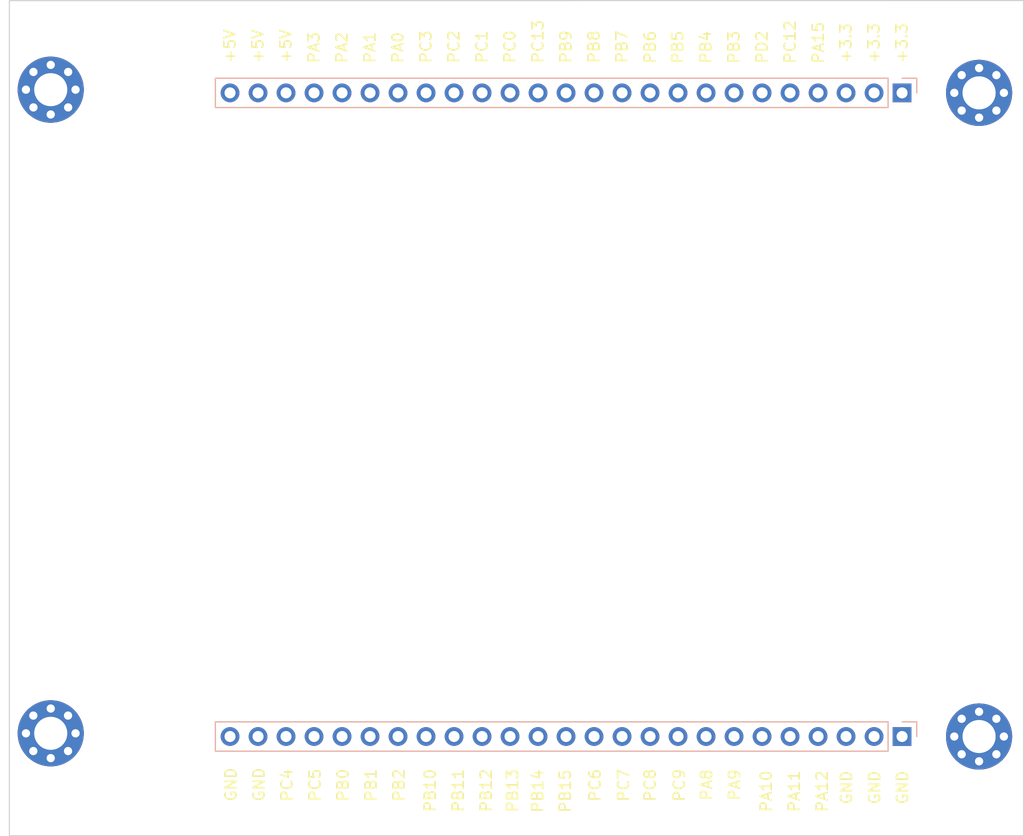
<source format=kicad_pcb>
(kicad_pcb (version 20240108) (generator "pcbnew") (generator_version "8.0")
  (layers (0 "F.Cu" signal) (31 "B.Cu" signal) (34 "B.Paste" user) (35 "F.Paste" user) (36 "B.SilkS" user "B.Silkscreen") (37 "F.SilkS" user "F.Silkscreen") (38 "B.Mask" user) (39 "F.Mask" user) (44 "Edge.Cuts" user))
  (net 0 "")
  (net 1 "+3.3V")
  (net 2 "GND")
  (net 3 "/PB11")
  (net 4 "UART_TX")
  (net 5 "/PB10")
  (net 6 "/PA12{slash}usb_dp")
  (net 7 "/PB14{slash}adc4_in4")
  (net 8 "/PA11{slash}usb_dm")
  (net 9 "/PA8(clock)")
  (net 10 "+5V")
  (net 11 "ZCEN_2")
  (net 12 "CS_AD9833_3")
  (net 13 "ZCEN_3")
  (net 14 "NOISE_CLK_SEL")
  (net 15 "PWM3")
  (net 16 "/PC2")
  (net 17 "ZCEN_1")
  (net 18 "Analog_CLK")
  (net 19 "PWM1")
  (net 20 "ZCEN_DAC")
  (net 21 "CS_AD9833_2")
  (net 22 "Analog_data")
  (net 23 "/PB12{slash}adc4_in3")
  (net 24 "UART_RX")
  (net 25 "MUX_SEL_3")
  (net 26 "FLASH_MISO")
  (net 27 "FILT_CLK")
  (net 28 "MUX_SEL_4")
  (net 29 "CS_AD9833_1")
  (net 30 "FLASH_CLK")
  (net 31 "MUX_SEL_1")
  (net 32 "PWM4")
  (net 33 "NOISE_CS")
  (net 34 "CS_AD9833_4")
  (net 35 "MUX_SEL_2")
  (net 36 "ATTEN_CS")
  (net 37 "FLASH_MOSI")
  (net 38 "FLASH_CS")
  (net 39 "NOISE_CLK")
  (net 40 "NOISE_DI")
  (net 41 "PWM2")
  (net 42 "/PB2")
  (footprint "myLibrary:M3" (layer "F.Cu") (at 185.962184 53.577958)
    (property "Reference" "J4" (hide yes))
    (property "Value" "Conn_01x01" (hide yes))
    (pad "1" thru_hole circle (at -2.25 0) (size 1.5 1.5) (drill 0.75) (layers "*.Cu" "*.Mask") (net 2 "GND"))
    (pad "1" thru_hole circle (at -1.58 -1.61) (size 1.5 1.5) (drill 0.75) (layers "*.Cu" "*.Mask") (net 2 "GND"))
    (pad "1" thru_hole circle (at -1.58 1.61) (size 1.5 1.5) (drill 0.75) (layers "*.Cu" "*.Mask") (net 2 "GND"))
    (pad "1" thru_hole circle (at 0 -2.25) (size 1.5 1.5) (drill 0.75) (layers "*.Cu" "*.Mask") (net 2 "GND"))
    (pad "1" thru_hole circle (at 0 0) (size 6 6) (drill 3) (layers "*.Cu" "*.Mask") (net 2 "GND"))
    (pad "1" thru_hole circle (at 0 2.25) (size 1.5 1.5) (drill 0.75) (layers "*.Cu" "*.Mask") (net 2 "GND"))
    (pad "1" thru_hole circle (at 1.57 -1.61) (size 1.5 1.5) (drill 0.75) (layers "*.Cu" "*.Mask") (net 2 "GND"))
    (pad "1" thru_hole circle (at 1.57 1.61) (size 1.5 1.5) (drill 0.75) (layers "*.Cu" "*.Mask") (net 2 "GND"))
    (pad "1" thru_hole circle (at 2.25 0) (size 1.5 1.5) (drill 0.75) (layers "*.Cu" "*.Mask") (net 2 "GND"))
  )
  (footprint "myLibrary:M3" (layer "F.Cu") (at 185.960142 112)
    (property "Reference" "J3" (hide yes))
    (property "Value" "Conn_01x01" (hide yes))
    (pad "1" thru_hole circle (at -2.25 0) (size 1.5 1.5) (drill 0.75) (layers "*.Cu" "*.Mask") (net 2 "GND"))
    (pad "1" thru_hole circle (at -1.58 -1.61) (size 1.5 1.5) (drill 0.75) (layers "*.Cu" "*.Mask") (net 2 "GND"))
    (pad "1" thru_hole circle (at -1.58 1.61) (size 1.5 1.5) (drill 0.75) (layers "*.Cu" "*.Mask") (net 2 "GND"))
    (pad "1" thru_hole circle (at 0 -2.25) (size 1.5 1.5) (drill 0.75) (layers "*.Cu" "*.Mask") (net 2 "GND"))
    (pad "1" thru_hole circle (at 0 0) (size 6 6) (drill 3) (layers "*.Cu" "*.Mask") (net 2 "GND"))
    (pad "1" thru_hole circle (at 0 2.25) (size 1.5 1.5) (drill 0.75) (layers "*.Cu" "*.Mask") (net 2 "GND"))
    (pad "1" thru_hole circle (at 1.57 -1.61) (size 1.5 1.5) (drill 0.75) (layers "*.Cu" "*.Mask") (net 2 "GND"))
    (pad "1" thru_hole circle (at 1.57 1.61) (size 1.5 1.5) (drill 0.75) (layers "*.Cu" "*.Mask") (net 2 "GND"))
    (pad "1" thru_hole circle (at 2.25 0) (size 1.5 1.5) (drill 0.75) (layers "*.Cu" "*.Mask") (net 2 "GND"))
  )
  (footprint "myLibrary:M3" (layer "F.Cu") (at 101.750142 111.71)
    (property "Reference" "J5" (hide yes))
    (property "Value" "Conn_01x01")
    (pad "1" thru_hole circle (at -2.25 0) (size 1.5 1.5) (drill 0.75) (layers "*.Cu" "*.Mask") (net 2 "GND"))
    (pad "1" thru_hole circle (at -1.58 -1.61) (size 1.5 1.5) (drill 0.75) (layers "*.Cu" "*.Mask") (net 2 "GND"))
    (pad "1" thru_hole circle (at -1.58 1.61) (size 1.5 1.5) (drill 0.75) (layers "*.Cu" "*.Mask") (net 2 "GND"))
    (pad "1" thru_hole circle (at 0 -2.25) (size 1.5 1.5) (drill 0.75) (layers "*.Cu" "*.Mask") (net 2 "GND"))
    (pad "1" thru_hole circle (at 0 0) (size 6 6) (drill 3) (layers "*.Cu" "*.Mask") (net 2 "GND"))
    (pad "1" thru_hole circle (at 0 2.25) (size 1.5 1.5) (drill 0.75) (layers "*.Cu" "*.Mask") (net 2 "GND"))
    (pad "1" thru_hole circle (at 1.57 -1.61) (size 1.5 1.5) (drill 0.75) (layers "*.Cu" "*.Mask") (net 2 "GND"))
    (pad "1" thru_hole circle (at 1.57 1.61) (size 1.5 1.5) (drill 0.75) (layers "*.Cu" "*.Mask") (net 2 "GND"))
    (pad "1" thru_hole circle (at 2.25 0) (size 1.5 1.5) (drill 0.75) (layers "*.Cu" "*.Mask") (net 2 "GND"))
  )
  (footprint "Connector_PinSocket_2.54mm:PinSocket_1x25_P2.54mm_Vertical" (layer "B.Cu") (at 178.975142 112 90)
    (property "Reference" "J3" (hide yes))
    (property "Value" "Conn_01x25_Socket" (hide yes))
    (fp_line (start 1.33 -62.29) (end -1.33 -62.29) (stroke (width 0.12)) (layer "B.SilkS"))
    (fp_line (start 1.33 -62.29) (end 1.33 -1.27) (stroke (width 0.12)) (layer "B.SilkS"))
    (fp_line (start -1.33 -62.29) (end -1.33 -1.27) (stroke (width 0.12)) (layer "B.SilkS"))
    (fp_line (start 1.33 -1.27) (end -1.33 -1.27) (stroke (width 0.12)) (layer "B.SilkS"))
    (fp_line (start 1.33 0) (end 1.33 1.33) (stroke (width 0.12)) (layer "B.SilkS"))
    (fp_line (start 1.33 1.33) (end 0 1.33) (stroke (width 0.12)) (layer "B.SilkS"))
    (pad "1" thru_hole rect (at 0 0 90) (size 1.7 1.7) (drill 1) (layers "*.Cu" "*.Mask") (net 2 "GND"))
    (pad "2" thru_hole oval (at 0 -2.54 90) (size 1.7 1.7) (drill 1) (layers "*.Cu" "*.Mask") (net 2 "GND"))
    (pad "3" thru_hole oval (at 0 -5.08 90) (size 1.7 1.7) (drill 1) (layers "*.Cu" "*.Mask") (net 2 "GND"))
    (pad "4" thru_hole oval (at 0 -7.62 90) (size 1.7 1.7) (drill 1) (layers "*.Cu" "*.Mask") (net 6 "/PA12{slash}usb_dp"))
    (pad "5" thru_hole oval (at 0 -10.16 90) (size 1.7 1.7) (drill 1) (layers "*.Cu" "*.Mask") (net 8 "/PA11{slash}usb_dm"))
    (pad "6" thru_hole oval (at 0 -12.7 90) (size 1.7 1.7) (drill 1) (layers "*.Cu" "*.Mask") (net 12 "CS_AD9833_3"))
    (pad "7" thru_hole oval (at 0 -15.24 90) (size 1.7 1.7) (drill 1) (layers "*.Cu" "*.Mask") (net 21 "CS_AD9833_2"))
    (pad "8" thru_hole oval (at 0 -17.78 90) (size 1.7 1.7) (drill 1) (layers "*.Cu" "*.Mask") (net 9 "/PA8(clock)"))
    (pad "9" thru_hole oval (at 0 -20.32 90) (size 1.7 1.7) (drill 1) (layers "*.Cu" "*.Mask") (net 20 "ZCEN_DAC"))
    (pad "10" thru_hole oval (at 0 -22.86 90) (size 1.7 1.7) (drill 1) (layers "*.Cu" "*.Mask") (net 13 "ZCEN_3"))
    (pad "11" thru_hole oval (at 0 -25.4 90) (size 1.7 1.7) (drill 1) (layers "*.Cu" "*.Mask") (net 11 "ZCEN_2"))
    (pad "12" thru_hole oval (at 0 -27.94 90) (size 1.7 1.7) (drill 1) (layers "*.Cu" "*.Mask") (net 17 "ZCEN_1"))
    (pad "13" thru_hole oval (at 0 -30.48 90) (size 1.7 1.7) (drill 1) (layers "*.Cu" "*.Mask") (net 22 "Analog_data"))
    (pad "14" thru_hole oval (at 0 -33.02 90) (size 1.7 1.7) (drill 1) (layers "*.Cu" "*.Mask") (net 7 "/PB14{slash}adc4_in4"))
    (pad "15" thru_hole oval (at 0 -35.56 90) (size 1.7 1.7) (drill 1) (layers "*.Cu" "*.Mask") (net 18 "Analog_CLK"))
    (pad "16" thru_hole oval (at 0 -38.1 90) (size 1.7 1.7) (drill 1) (layers "*.Cu" "*.Mask") (net 23 "/PB12{slash}adc4_in3"))
    (pad "17" thru_hole oval (at 0 -40.64 90) (size 1.7 1.7) (drill 1) (layers "*.Cu" "*.Mask") (net 3 "/PB11"))
    (pad "18" thru_hole oval (at 0 -43.18 90) (size 1.7 1.7) (drill 1) (layers "*.Cu" "*.Mask") (net 5 "/PB10"))
    (pad "19" thru_hole oval (at 0 -45.72 90) (size 1.7 1.7) (drill 1) (layers "*.Cu" "*.Mask") (net 42 "/PB2"))
    (pad "20" thru_hole oval (at 0 -48.26 90) (size 1.7 1.7) (drill 1) (layers "*.Cu" "*.Mask") (net 15 "PWM3"))
    (pad "21" thru_hole oval (at 0 -50.8 90) (size 1.7 1.7) (drill 1) (layers "*.Cu" "*.Mask") (net 19 "PWM1"))
    (pad "22" thru_hole oval (at 0 -53.34 90) (size 1.7 1.7) (drill 1) (layers "*.Cu" "*.Mask") (net 24 "UART_RX"))
    (pad "23" thru_hole oval (at 0 -55.88 90) (size 1.7 1.7) (drill 1) (layers "*.Cu" "*.Mask") (net 4 "UART_TX"))
    (pad "24" thru_hole oval (at 0 -58.42 90) (size 1.7 1.7) (drill 1) (layers "*.Cu" "*.Mask") (net 2 "GND"))
    (pad "25" thru_hole oval (at 0 -60.96 90) (size 1.7 1.7) (drill 1) (layers "*.Cu" "*.Mask") (net 2 "GND"))
  )
  (footprint "myLibrary:M3" (layer "B.Cu") (at 101.750142 53.29 180)
    (property "Reference" "J2" (hide yes))
    (property "Value" "Conn_01x01" (hide yes))
    (pad "1" thru_hole circle (at -2.25 0 180) (size 1.5 1.5) (drill 0.75) (layers "*.Cu" "*.Mask") (net 2 "GND"))
    (pad "1" thru_hole circle (at -1.58 -1.61 180) (size 1.5 1.5) (drill 0.75) (layers "*.Cu" "*.Mask") (net 2 "GND"))
    (pad "1" thru_hole circle (at -1.58 1.61 180) (size 1.5 1.5) (drill 0.75) (layers "*.Cu" "*.Mask") (net 2 "GND"))
    (pad "1" thru_hole circle (at 0 -2.25 180) (size 1.5 1.5) (drill 0.75) (layers "*.Cu" "*.Mask") (net 2 "GND"))
    (pad "1" thru_hole circle (at 0 0 180) (size 6 6) (drill 3) (layers "*.Cu" "*.Mask") (net 2 "GND"))
    (pad "1" thru_hole circle (at 0 2.25 180) (size 1.5 1.5) (drill 0.75) (layers "*.Cu" "*.Mask") (net 2 "GND"))
    (pad "1" thru_hole circle (at 1.57 -1.61 180) (size 1.5 1.5) (drill 0.75) (layers "*.Cu" "*.Mask") (net 2 "GND"))
    (pad "1" thru_hole circle (at 1.57 1.61 180) (size 1.5 1.5) (drill 0.75) (layers "*.Cu" "*.Mask") (net 2 "GND"))
    (pad "1" thru_hole circle (at 2.25 0 180) (size 1.5 1.5) (drill 0.75) (layers "*.Cu" "*.Mask") (net 2 "GND"))
  )
  (footprint "Connector_PinSocket_2.54mm:PinSocket_1x25_P2.54mm_Vertical" (layer "B.Cu") (at 178.975142 53.58 90)
    (property "Reference" "J4" (hide yes))
    (property "Value" "Conn_01x25_Socket" (hide yes))
    (fp_line (start 1.33 -62.29) (end -1.33 -62.29) (stroke (width 0.12)) (layer "B.SilkS"))
    (fp_line (start 1.33 -62.29) (end 1.33 -1.27) (stroke (width 0.12)) (layer "B.SilkS"))
    (fp_line (start -1.33 -62.29) (end -1.33 -1.27) (stroke (width 0.12)) (layer "B.SilkS"))
    (fp_line (start 1.33 -1.27) (end -1.33 -1.27) (stroke (width 0.12)) (layer "B.SilkS"))
    (fp_line (start 1.33 0) (end 1.33 1.33) (stroke (width 0.12)) (layer "B.SilkS"))
    (fp_line (start 1.33 1.33) (end 0 1.33) (stroke (width 0.12)) (layer "B.SilkS"))
    (pad "1" thru_hole rect (at 0 0 90) (size 1.7 1.7) (drill 1) (layers "*.Cu" "*.Mask") (net 1 "+3.3V"))
    (pad "2" thru_hole oval (at 0 -2.54 90) (size 1.7 1.7) (drill 1) (layers "*.Cu" "*.Mask") (net 1 "+3.3V"))
    (pad "3" thru_hole oval (at 0 -5.08 90) (size 1.7 1.7) (drill 1) (layers "*.Cu" "*.Mask") (net 1 "+3.3V"))
    (pad "4" thru_hole oval (at 0 -7.62 90) (size 1.7 1.7) (drill 1) (layers "*.Cu" "*.Mask") (net 33 "NOISE_CS"))
    (pad "5" thru_hole oval (at 0 -10.16 90) (size 1.7 1.7) (drill 1) (layers "*.Cu" "*.Mask") (net 34 "CS_AD9833_4"))
    (pad "6" thru_hole oval (at 0 -12.7 90) (size 1.7 1.7) (drill 1) (layers "*.Cu" "*.Mask") (net 38 "FLASH_CS"))
    (pad "7" thru_hole oval (at 0 -15.24 90) (size 1.7 1.7) (drill 1) (layers "*.Cu" "*.Mask") (net 30 "FLASH_CLK"))
    (pad "8" thru_hole oval (at 0 -17.78 90) (size 1.7 1.7) (drill 1) (layers "*.Cu" "*.Mask") (net 26 "FLASH_MISO"))
    (pad "9" thru_hole oval (at 0 -20.32 90) (size 1.7 1.7) (drill 1) (layers "*.Cu" "*.Mask") (net 37 "FLASH_MOSI"))
    (pad "10" thru_hole oval (at 0 -22.86 90) (size 1.7 1.7) (drill 1) (layers "*.Cu" "*.Mask") (net 41 "PWM2"))
    (pad "11" thru_hole oval (at 0 -25.4 90) (size 1.7 1.7) (drill 1) (layers "*.Cu" "*.Mask") (net 39 "NOISE_CLK"))
    (pad "12" thru_hole oval (at 0 -27.94 90) (size 1.7 1.7) (drill 1) (layers "*.Cu" "*.Mask") (net 27 "FILT_CLK"))
    (pad "13" thru_hole oval (at 0 -30.48 90) (size 1.7 1.7) (drill 1) (layers "*.Cu" "*.Mask") (net 40 "NOISE_DI"))
    (pad "14" thru_hole oval (at 0 -33.02 90) (size 1.7 1.7) (drill 1) (layers "*.Cu" "*.Mask") (net 25 "MUX_SEL_3"))
    (pad "15" thru_hole oval (at 0 -35.56 90) (size 1.7 1.7) (drill 1) (layers "*.Cu" "*.Mask") (net 28 "MUX_SEL_4"))
    (pad "16" thru_hole oval (at 0 -38.1 90) (size 1.7 1.7) (drill 1) (layers "*.Cu" "*.Mask") (net 14 "NOISE_CLK_SEL"))
    (pad "17" thru_hole oval (at 0 -40.64 90) (size 1.7 1.7) (drill 1) (layers "*.Cu" "*.Mask") (net 16 "/PC2"))
    (pad "18" thru_hole oval (at 0 -43.18 90) (size 1.7 1.7) (drill 1) (layers "*.Cu" "*.Mask") (net 31 "MUX_SEL_1"))
    (pad "19" thru_hole oval (at 0 -45.72 90) (size 1.7 1.7) (drill 1) (layers "*.Cu" "*.Mask") (net 35 "MUX_SEL_2"))
    (pad "20" thru_hole oval (at 0 -48.26 90) (size 1.7 1.7) (drill 1) (layers "*.Cu" "*.Mask") (net 32 "PWM4"))
    (pad "21" thru_hole oval (at 0 -50.8 90) (size 1.7 1.7) (drill 1) (layers "*.Cu" "*.Mask") (net 36 "ATTEN_CS"))
    (pad "22" thru_hole oval (at 0 -53.34 90) (size 1.7 1.7) (drill 1) (layers "*.Cu" "*.Mask") (net 29 "CS_AD9833_1"))
    (pad "23" thru_hole oval (at 0 -55.88 90) (size 1.7 1.7) (drill 1) (layers "*.Cu" "*.Mask") (net 10 "+5V"))
    (pad "24" thru_hole oval (at 0 -58.42 90) (size 1.7 1.7) (drill 1) (layers "*.Cu" "*.Mask") (net 10 "+5V"))
    (pad "25" thru_hole oval (at 0 -60.96 90) (size 1.7 1.7) (drill 1) (layers "*.Cu" "*.Mask") (net 10 "+5V"))
  )
  (gr_circle (center 101.760142 53.301285) (end 101.700142 51.901285) (stroke (width 0.1)) (fill none) (layer "Edge.Cuts"))
  (gr_circle (center 185.960142 53.58) (end 185.660142 52.179734) (stroke (width 0.1)) (fill none) (layer "Edge.Cuts"))
  (gr_line (start 190 121) (end 190 45.2) (stroke (width 0.1)) (layer "Edge.Cuts"))
  (gr_circle (center 186 112) (end 185.98 110.6) (stroke (width 0.1)) (fill none) (layer "Edge.Cuts"))
  (gr_circle (center 101.750142 111.710571) (end 101.790142 110.310571) (stroke (width 0.1)) (fill none) (layer "Edge.Cuts"))
  (gr_line (start 98 45.21) (end 190 45.2) (stroke (width 0.1)) (layer "Edge.Cuts"))
  (gr_circle (center 101.725142 53.301285) (end 101.665142 51.901285) (stroke (width 0.1)) (fill none) (layer "Edge.Cuts"))
  (gr_line (start 190 121) (end 98 121) (stroke (width 0.1)) (layer "Edge.Cuts"))
  (gr_line (start 98 45.21) (end 98 121) (stroke (width 0.1)) (layer "Edge.Cuts"))
  (gr_circle (center 101.715142 111.710571) (end 101.755142 110.310571) (stroke (width 0.1)) (fill none) (layer "Edge.Cuts"))
  (gr_text "+3.3" (at 177 50.97 90) (layer "F.SilkS") (effects (font (size 1 1)) (justify left bottom)))
  (gr_text "PB9" (at 149.06 50.97 90) (layer "F.SilkS") (effects (font (size 1 1)) (justify left bottom)))
  (gr_text "GND" (at 174.52 118.25 90) (layer "F.SilkS") (effects (font (size 1 1)) (justify left bottom)))
  (gr_text "+5V" (at 123.66 50.97 90) (layer "F.SilkS") (effects (font (size 1 1)) (justify left bottom)))
  (gr_text "PA1" (at 131.28 50.97 90) (layer "F.SilkS") (effects (font (size 1 1)) (justify left bottom)))
  (gr_text "PB8" (at 151.6 50.97 90) (layer "F.SilkS") (effects (font (size 1 1)) (justify left bottom)))
  (gr_text "PB0" (at 128.84 117.98 90) (layer "F.SilkS") (effects (font (size 1 1)) (justify left bottom)))
  (gr_text "PB11" (at 139.29 118.95 90) (layer "F.SilkS") (effects (font (size 1 1)) (justify left bottom)))
  (gr_text "PC1" (at 141.44 50.97 90) (layer "F.SilkS") (effects (font (size 1 1)) (justify left bottom)))
  (gr_text "PC3" (at 136.36 50.97 90) (layer "F.SilkS") (effects (font (size 1 1)) (justify left bottom)))
  (gr_text "+3.3" (at 179.54 50.97 90) (layer "F.SilkS") (effects (font (size 1 1)) (justify left bottom)))
  (gr_text "PB5" (at 159.2 51 90) (layer "F.SilkS") (effects (font (size 1 1)) (justify left bottom)))
  (gr_text "PA0" (at 133.82 50.97 90) (layer "F.SilkS") (effects (font (size 1 1)) (justify left bottom)))
  (gr_text "GND" (at 179.6 118.25 90) (layer "F.SilkS") (effects (font (size 1 1)) (justify left bottom)))
  (gr_text "PC4" (at 123.76 117.98 90) (layer "F.SilkS") (effects (font (size 1 1)) (justify left bottom)))
  (gr_text "PA12" (at 172.31 118.95 90) (layer "F.SilkS") (effects (font (size 1 1)) (justify left bottom)))
  (gr_text "+5V" (at 121.12 50.97 90) (layer "F.SilkS") (effects (font (size 1 1)) (justify left bottom)))
  (gr_text "PB1" (at 131.38 117.98 90) (layer "F.SilkS") (effects (font (size 1 1)) (justify left bottom)))
  (gr_text "PB13" (at 144.219858 118.97 90) (layer "F.SilkS") (effects (font (size 1 1)) (justify left bottom)))
  (gr_text "PD2" (at 166.85 51 90) (layer "F.SilkS") (effects (font (size 1 1)) (justify left bottom)))
  (gr_text "PC0" (at 143.98 50.97 90) (layer "F.SilkS") (effects (font (size 1 1)) (justify left bottom)))
  (gr_text "PA10" (at 167.23 118.95 90) (layer "F.SilkS") (effects (font (size 1 1)) (justify left bottom)))
  (gr_text "PA9" (at 164.36 117.89 90) (layer "F.SilkS") (effects (font (size 1 1)) (justify left bottom)))
  (gr_text "PC9" (at 159.35 118 90) (layer "F.SilkS") (effects (font (size 1 1)) (justify left bottom)))
  (gr_text "PB4" (at 161.75 51 90) (layer "F.SilkS") (effects (font (size 1 1)) (justify left bottom)))
  (gr_text "PA2" (at 128.74 50.97 90) (layer "F.SilkS") (effects (font (size 1 1)) (justify left bottom)))
  (gr_text "+3.3" (at 174.46 50.97 90) (layer "F.SilkS") (effects (font (size 1 1)) (justify left bottom)))
  (gr_text "PA3" (at 126.2 50.97 90) (layer "F.SilkS") (effects (font (size 1 1)) (justify left bottom)))
  (gr_text "GND" (at 118.68 117.98 90) (layer "F.SilkS") (effects (font (size 1 1)) (justify left bottom)))
  (gr_text "PB10" (at 136.75 118.95 90) (layer "F.SilkS") (effects (font (size 1 1)) (justify left bottom)))
  (gr_text "PB14" (at 146.5 119 90) (layer "F.SilkS") (effects (font (size 1 1)) (justify left bottom)))
  (gr_text "PB12" (at 141.83 118.95 90) (layer "F.SilkS") (effects (font (size 1 1)) (justify left bottom)))
  (gr_text "PC7" (at 154.3 118 90) (layer "F.SilkS") (effects (font (size 1 1)) (justify left bottom)))
  (gr_text "PC6" (at 151.7 118 90) (layer "F.SilkS") (effects (font (size 1 1)) (justify left bottom)))
  (gr_text "PB6" (at 156.7 51 90) (layer "F.SilkS") (effects (font (size 1 1)) (justify left bottom)))
  (gr_text "PA8" (at 161.82 117.89 90) (layer "F.SilkS") (effects (font (size 1 1)) (justify left bottom)))
  (gr_text "PC13" (at 146.52 50.97 90) (layer "F.SilkS") (effects (font (size 1 1)) (justify left bottom)))
  (gr_text "PB15" (at 149 119 90) (layer "F.SilkS") (effects (font (size 1 1)) (justify left bottom)))
  (gr_text "PB2" (at 133.92 117.98 90) (layer "F.SilkS") (effects (font (size 1 1)) (justify left bottom)))
  (gr_text "PC12" (at 169.4 51 90) (layer "F.SilkS") (effects (font (size 1 1)) (justify left bottom)))
  (gr_text "PC2" (at 138.9 50.97 90) (layer "F.SilkS") (effects (font (size 1 1)) (justify left bottom)))
  (gr_text "PC5" (at 126.3 117.98 90) (layer "F.SilkS") (effects (font (size 1 1)) (justify left bottom)))
  (gr_text "+5V" (at 118.58 50.97 90) (layer "F.SilkS") (effects (font (size 1 1)) (justify left bottom)))
  (gr_text "PA11" (at 169.77 118.95 90) (layer "F.SilkS") (effects (font (size 1 1)) (justify left bottom)))
  (gr_text "GND" (at 121.22 117.98 90) (layer "F.SilkS") (effects (font (size 1 1)) (justify left bottom)))
  (gr_text "PA15" (at 171.95 51 90) (layer "F.SilkS") (effects (font (size 1 1)) (justify left bottom)))
  (gr_text "PC8" (at 156.7 118 90) (layer "F.SilkS") (effects (font (size 1 1)) (justify left bottom)))
  (gr_text "PB7" (at 154.14 50.97 90) (layer "F.SilkS") (effects (font (size 1 1)) (justify left bottom)))
  (gr_text "PB3" (at 164.3 51 90) (layer "F.SilkS") (effects (font (size 1 1)) (justify left bottom)))
  (gr_text "GND" (at 177.06 118.25 90) (layer "F.SilkS") (effects (font (size 1 1)) (justify left bottom)))
)
</source>
